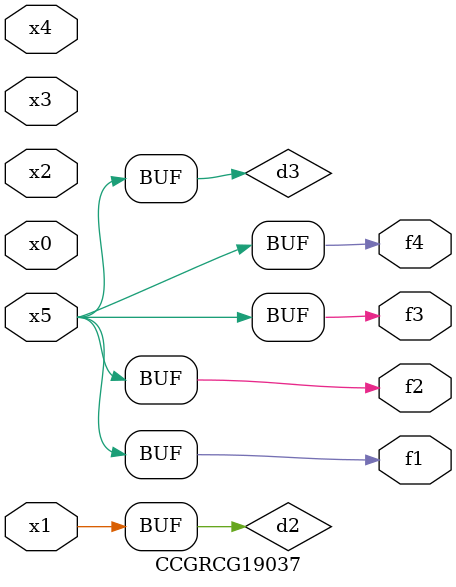
<source format=v>
module CCGRCG19037(
	input x0, x1, x2, x3, x4, x5,
	output f1, f2, f3, f4
);

	wire d1, d2, d3;

	not (d1, x5);
	or (d2, x1);
	xnor (d3, d1);
	assign f1 = d3;
	assign f2 = d3;
	assign f3 = d3;
	assign f4 = d3;
endmodule

</source>
